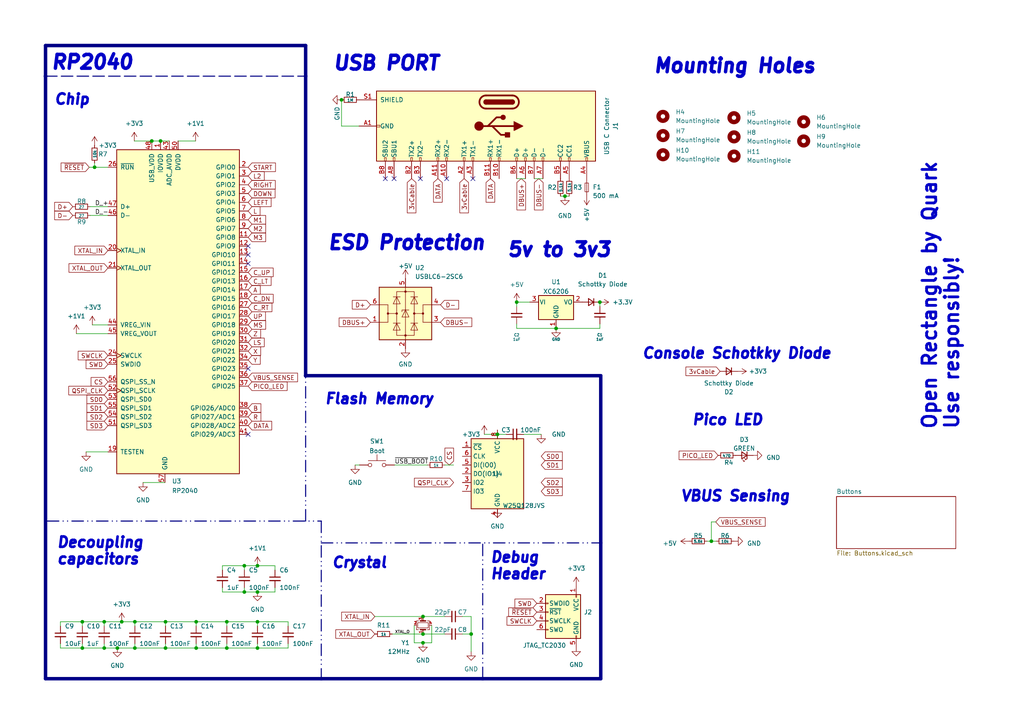
<source format=kicad_sch>
(kicad_sch (version 20230121) (generator eeschema)
  (paper "A4")
  (lib_symbols
    (symbol "Connector:USB_C_Receptacle" (pin_names (offset 1.016))
      (property "Reference" "J" (at -10.16 29.21 0))
      (property "Value" "USB_C_Receptacle" (at 10.16 29.21 0))
      (symbol "USB_C_Receptacle_1_1"
        (pin passive line (at 0 -40.64 90) (length 5.08) (name "GND") (number "A1"))
        (pin bidirectional line (at 15.24 -15.24 180) (length 5.08) (name "RX2-") (number "A10"))
        (pin bidirectional line (at 15.24 -17.78 180) (length 5.08) (name "RX2+") (number "A11"))
        (pin passive line (at 0 -40.64 90) (length 5.08) hide (name "GND") (number "A12"))
        (pin bidirectional line (at 15.24 -10.16 180) (length 5.08) (name "TX1+") (number "A2"))
        (pin bidirectional line (at 15.24 -7.62 180) (length 5.08) (name "TX1-") (number "A3"))
        (pin passive line (at 15.24 25.4 180) (length 5.08) (name "VBUS") (number "A4"))
        (pin bidirectional line (at 15.24 20.32 180) (length 5.08) (name "CC1") (number "A5"))
        (pin bidirectional line (at 15.24 7.62 180) (length 5.08) (name "D+") (number "A6"))
        (pin bidirectional line (at 15.24 12.7 180) (length 5.08) (name "D-") (number "A7"))
        (pin bidirectional line (at 15.24 -30.48 180) (length 5.08) (name "SBU1") (number "A8"))
        (pin passive line (at 15.24 25.4 180) (length 5.08) hide (name "VBUS") (number "A9"))
        (pin passive line (at 0 -40.64 90) (length 5.08) hide (name "GND") (number "B1"))
        (pin bidirectional line (at 15.24 0 180) (length 5.08) (name "RX1-") (number "B10"))
        (pin bidirectional line (at 15.24 -2.54 180) (length 5.08) (name "RX1+") (number "B11"))
        (pin passive line (at 0 -40.64 90) (length 5.08) hide (name "GND") (number "B12"))
        (pin bidirectional line (at 15.24 -25.4 180) (length 5.08) (name "TX2+") (number "B2"))
        (pin bidirectional line (at 15.24 -22.86 180) (length 5.08) (name "TX2-") (number "B3"))
        (pin passive line (at 15.24 25.4 180) (length 5.08) hide (name "VBUS") (number "B4"))
        (pin bidirectional line (at 15.24 17.78 180) (length 5.08) (name "CC2") (number "B5"))
        (pin bidirectional line (at 15.24 5.08 180) (length 5.08) (name "D+") (number "B6"))
        (pin bidirectional line (at 15.24 10.16 180) (length 5.08) (name "D-") (number "B7"))
        (pin bidirectional line (at 15.24 -33.02 180) (length 5.08) (name "SBU2") (number "B8"))
        (pin passive line (at 15.24 25.4 180) (length 5.08) hide (name "VBUS") (number "B9"))
        (pin passive line (at -7.62 -40.64 90) (length 5.08) (name "SHIELD") (number "S1"))
      )
    )
    (symbol "Device:C_Small" (pin_numbers hide) (pin_names (offset 0.254) hide)
      (property "Reference" "C" (at 0.254 1.778 0))
      (property "Value" "C_Small" (at 0.254 -2.032 0))
      (symbol "C_Small_1_1"
        (pin passive line (at 0 2.54 270) (length 2.032) (name "~") (number "1"))
        (pin passive line (at 0 -2.54 90) (length 2.032) (name "~") (number "2"))
      )
    )
    (symbol "Device:Crystal_GND24_Small" (pin_names (offset 1.016) hide)
      (property "Reference" "Y" (at 1.27 4.445 0))
      (property "Value" "Crystal_GND24_Small" (at 1.27 2.54 0))
      (symbol "Crystal_GND24_Small_1_1"
        (pin passive line (at -2.54 0 0) (length 1.27) (name "1") (number "1"))
        (pin passive line (at 0 -2.54 90) (length 0.635) (name "2") (number "2"))
        (pin passive line (at 2.54 0 180) (length 1.27) (name "3") (number "3"))
        (pin passive line (at 0 2.54 270) (length 0.635) (name "4") (number "4"))
      )
    )
    (symbol "Device:D_Small" (pin_numbers hide) (pin_names (offset 0.254) hide)
      (property "Reference" "D" (at -1.27 2.032 0))
      (property "Value" "D_Small" (at -3.81 -2.032 0))
      (symbol "D_Small_1_1"
        (pin passive line (at -2.54 0 0) (length 1.778) (name "K") (number "1"))
        (pin passive line (at 2.54 0 180) (length 1.778) (name "A") (number "2"))
      )
    )
    (symbol "Device:Fuse_Small" (pin_numbers hide) (pin_names (offset 0.254) hide)
      (property "Reference" "F" (at 0 -1.524 0))
      (property "Value" "Fuse_Small" (at 0 1.524 0))
      (symbol "Fuse_Small_1_1"
        (pin passive line (at -2.54 0 0) (length 1.27) (name "~") (number "1"))
        (pin passive line (at 2.54 0 180) (length 1.27) (name "~") (number "2"))
      )
    )
    (symbol "Device:LED_Small" (pin_numbers hide) (pin_names (offset 0.254) hide)
      (property "Reference" "D" (at -1.27 3.175 0))
      (property "Value" "LED_Small" (at -4.445 -2.54 0))
      (symbol "LED_Small_1_1"
        (pin passive line (at -2.54 0 0) (length 1.778) (name "K") (number "1"))
        (pin passive line (at 2.54 0 180) (length 1.778) (name "A") (number "2"))
      )
    )
    (symbol "Device:R_Small" (pin_numbers hide) (pin_names (offset 0.254) hide)
      (property "Reference" "R" (at 0.762 0.508 0))
      (property "Value" "R_Small" (at 0.762 -1.016 0))
      (symbol "R_Small_1_1"
        (pin passive line (at 0 2.54 270) (length 0.762) (name "~") (number "1"))
        (pin passive line (at 0 -2.54 90) (length 0.762) (name "~") (number "2"))
      )
    )
    (symbol "Mechanical:MountingHole" (pin_names (offset 1.016))
      (property "Reference" "H" (at 0 5.08 0))
      (property "Value" "MountingHole" (at 0 3.175 0))
    )
    (symbol "Memory_Flash:W25Q128JVS"
      (property "Reference" "U" (at -8.89 8.89 0))
      (property "Value" "W25Q128JVS" (at 7.62 8.89 0))
      (symbol "W25Q128JVS_1_1"
        (pin input line (at -10.16 7.62 0) (length 2.54) (name "~{CS}") (number "1"))
        (pin bidirectional line (at -10.16 0 0) (length 2.54) (name "DO(IO1)") (number "2"))
        (pin bidirectional line (at -10.16 -2.54 0) (length 2.54) (name "IO2") (number "3"))
        (pin power_in line (at 0 -12.7 90) (length 2.54) (name "GND") (number "4"))
        (pin bidirectional line (at -10.16 2.54 0) (length 2.54) (name "DI(IO0)") (number "5"))
        (pin input line (at -10.16 5.08 0) (length 2.54) (name "CLK") (number "6"))
        (pin bidirectional line (at -10.16 -5.08 0) (length 2.54) (name "IO3") (number "7"))
        (pin power_in line (at 0 12.7 270) (length 2.54) (name "VCC") (number "8"))
      )
    )
    (symbol "Power_Protection:USBLC6-2SC6" (pin_names hide)
      (property "Reference" "U" (at 2.54 8.89 0))
      (property "Value" "USBLC6-2SC6" (at 2.54 -8.89 0))
      (symbol "USBLC6-2SC6_1_1"
        (pin passive line (at -10.16 -2.54 0) (length 2.54) (name "I/O1") (number "1"))
        (pin passive line (at 0 -10.16 90) (length 2.54) (name "GND") (number "2"))
        (pin passive line (at 10.16 -2.54 180) (length 2.54) (name "I/O2") (number "3"))
        (pin passive line (at 10.16 2.54 180) (length 2.54) (name "I/O2") (number "4"))
        (pin passive line (at 0 10.16 270) (length 2.54) (name "VBUS") (number "5"))
        (pin passive line (at -10.16 2.54 0) (length 2.54) (name "I/O1") (number "6"))
      )
    )
    (symbol "Regulator_Linear:XC6206PxxxMR" (pin_names (offset 0.254))
      (property "Reference" "U" (at -3.81 3.175 0))
      (property "Value" "XC6206PxxxMR" (at 0 3.175 0))
      (symbol "XC6206PxxxMR_1_1"
        (pin power_in line (at 0 -7.62 90) (length 2.54) (name "GND") (number "1"))
        (pin power_out line (at 7.62 0 180) (length 2.54) (name "VO") (number "2"))
        (pin power_in line (at -7.62 0 0) (length 2.54) (name "VI") (number "3"))
      )
    )
    (symbol "Sleep-lib:RP2040" (pin_names (offset 1.016))
      (property "Reference" "U" (at 8.89 51.435 0))
      (property "Value" "RP2040" (at 8.89 48.895 0))
      (symbol "RP2040_1_1"
        (pin power_in line (at -5.08 50.8 270) (length 2.54) (name "IOVDD") (number "1"))
        (pin power_in line (at -5.08 50.8 270) (length 2.54) hide (name "IOVDD") (number "10"))
        (pin input line (at 20.32 22.86 180) (length 2.54) (name "GPIO8") (number "11"))
        (pin input line (at 20.32 20.32 180) (length 2.54) (name "GPIO9") (number "12"))
        (pin input line (at 20.32 17.78 180) (length 2.54) (name "GPIO10") (number "13"))
        (pin input line (at 20.32 15.24 180) (length 2.54) (name "GPIO11") (number "14"))
        (pin input line (at 20.32 12.7 180) (length 2.54) (name "GPIO12") (number "15"))
        (pin input line (at 20.32 10.16 180) (length 2.54) (name "GPIO13") (number "16"))
        (pin input line (at 20.32 7.62 180) (length 2.54) (name "GPIO14") (number "17"))
        (pin input line (at 20.32 5.08 180) (length 2.54) (name "GPIO15") (number "18"))
        (pin input line (at -20.32 -39.37 0) (length 2.54) (name "TESTEN") (number "19"))
        (pin input line (at 20.32 43.18 180) (length 2.54) (name "GPIO0") (number "2"))
        (pin input clock (at -20.32 19.05 0) (length 2.54) (name "XTAL_IN") (number "20"))
        (pin input clock (at -20.32 13.97 0) (length 2.54) (name "XTAL_OUT") (number "21"))
        (pin power_in line (at -5.08 50.8 270) (length 2.54) hide (name "IOVDD") (number "22"))
        (pin power_in line (at 0 50.8 270) (length 2.54) hide (name "DVDD") (number "23"))
        (pin input clock (at -20.32 -11.43 0) (length 2.54) (name "SWCLK") (number "24"))
        (pin bidirectional line (at -20.32 -13.97 0) (length 2.54) (name "SWDIO") (number "25"))
        (pin input line (at -20.32 43.18 0) (length 2.54) (name "~{RUN}") (number "26"))
        (pin input line (at 20.32 2.54 180) (length 2.54) (name "GPIO16") (number "27"))
        (pin input line (at 20.32 0 180) (length 2.54) (name "GPIO17") (number "28"))
        (pin input line (at 20.32 -2.54 180) (length 2.54) (name "GPIO18") (number "29"))
        (pin input line (at 20.32 40.64 180) (length 2.54) (name "GPIO1") (number "3"))
        (pin input line (at 20.32 -5.08 180) (length 2.54) (name "GPIO19") (number "30"))
        (pin input line (at 20.32 -7.62 180) (length 2.54) (name "GPIO20") (number "31"))
        (pin input line (at 20.32 -10.16 180) (length 2.54) (name "GPIO21") (number "32"))
        (pin power_in line (at -5.08 50.8 270) (length 2.54) hide (name "IOVDD") (number "33"))
        (pin input line (at 20.32 -12.7 180) (length 2.54) (name "GPIO22") (number "34"))
        (pin input line (at 20.32 -15.24 180) (length 2.54) (name "GPIO23") (number "35"))
        (pin input line (at 20.32 -17.78 180) (length 2.54) (name "GPIO24") (number "36"))
        (pin input line (at 20.32 -20.32 180) (length 2.54) (name "GPIO25") (number "37"))
        (pin input line (at 20.32 -26.67 180) (length 2.54) (name "GPIO26/ADC0") (number "38"))
        (pin input line (at 20.32 -29.21 180) (length 2.54) (name "GPIO27/ADC1") (number "39"))
        (pin input line (at 20.32 38.1 180) (length 2.54) (name "GPIO2") (number "4"))
        (pin input line (at 20.32 -31.75 180) (length 2.54) (name "GPIO28/ADC2") (number "40"))
        (pin input line (at 20.32 -34.29 180) (length 2.54) (name "GPIO29/ADC3") (number "41"))
        (pin power_in line (at -5.08 50.8 270) (length 2.54) hide (name "IOVDD") (number "42"))
        (pin power_in line (at -2.54 50.8 270) (length 2.54) (name "ADC_AVDD") (number "43"))
        (pin power_in line (at -20.32 -2.54 0) (length 2.54) (name "VREG_VIN") (number "44"))
        (pin power_out line (at -20.32 -5.08 0) (length 2.54) (name "VREG_VOUT") (number "45"))
        (pin bidirectional line (at -20.32 29.21 0) (length 2.54) (name "D-") (number "46"))
        (pin bidirectional line (at -20.32 31.75 0) (length 2.54) (name "D+") (number "47"))
        (pin power_in line (at -7.62 50.8 270) (length 2.54) (name "USB_VDD") (number "48"))
        (pin power_in line (at -5.08 50.8 270) (length 2.54) hide (name "IOVDD") (number "49"))
        (pin input line (at 20.32 35.56 180) (length 2.54) (name "GPIO3") (number "5"))
        (pin power_in line (at 0 50.8 270) (length 2.54) (name "DVDD") (number "50"))
        (pin bidirectional line (at -20.32 -31.75 0) (length 2.54) (name "QSPI_SD3") (number "51"))
        (pin input clock (at -20.32 -21.59 0) (length 2.54) (name "QSPI_SCLK") (number "52"))
        (pin bidirectional line (at -20.32 -24.13 0) (length 2.54) (name "QSPI_SD0") (number "53"))
        (pin bidirectional line (at -20.32 -29.21 0) (length 2.54) (name "QSPI_SD2") (number "54"))
        (pin bidirectional line (at -20.32 -26.67 0) (length 2.54) (name "QSPI_SD1") (number "55"))
        (pin bidirectional line (at -20.32 -19.05 0) (length 2.54) (name "QSPI_SS_N") (number "56"))
        (pin power_in line (at -3.81 -48.26 90) (length 2.54) (name "GND") (number "57"))
        (pin input line (at 20.32 33.02 180) (length 2.54) (name "GPIO4") (number "6"))
        (pin input line (at 20.32 30.48 180) (length 2.54) (name "GPIO5") (number "7"))
        (pin input line (at 20.32 27.94 180) (length 2.54) (name "GPIO6") (number "8"))
        (pin input line (at 20.32 25.4 180) (length 2.54) (name "GPIO7") (number "9"))
      )
    )
    (symbol "Switch:SW_Push" (pin_numbers hide) (pin_names (offset 1.016) hide)
      (property "Reference" "SW" (at 1.27 2.54 0))
      (property "Value" "SW_Push" (at 0 -1.524 0))
      (symbol "SW_Push_0_1"
        (pin passive line (at -5.08 0 0) (length 2.54) (name "1") (number "1"))
        (pin passive line (at 5.08 0 180) (length 2.54) (name "2") (number "2"))
      )
    )
    (symbol "marbastlib-various:JTAG_TC2030" (pin_names (offset 1.016))
      (property "Reference" "J" (at -3.81 -6.35 0))
      (property "Value" "JTAG_TC2030" (at -10.16 8.89 0))
      (symbol "JTAG_TC2030_1_1"
        (pin passive line (at 5.08 10.16 270) (length 2.54) (name "VCC") (number "1"))
        (pin passive line (at -6.35 5.08 0) (length 2.54) (name "SWDIO") (number "2"))
        (pin passive line (at -6.35 2.54 0) (length 2.54) (name "~{RST}") (number "3"))
        (pin passive line (at -6.35 0 0) (length 2.54) (name "SWCLK") (number "4"))
        (pin passive line (at 5.08 -7.62 90) (length 2.54) (name "GND") (number "5"))
        (pin passive line (at -6.35 -2.54 0) (length 2.54) (name "SWO") (number "6"))
      )
    )
    (symbol "power:+1V1" (power) (pin_names (offset 0))
      (property "Value" "+1V1" (at 0 3.556 0))
      (symbol "+1V1_1_1"
        (pin power_in line (at 0 0 90) (length 0) hide (name "+1V1") (number "1"))
      )
    )
    (symbol "power:+3.3V" (power) (pin_names (offset 0))
      (property "Value" "+3.3V" (at 0 3.556 0))
      (symbol "+3.3V_1_1"
        (pin power_in line (at 0 0 90) (length 0) hide (name "+3.3V") (number "1"))
      )
    )
    (symbol "power:+3V3" (power) (pin_names (offset 0))
      (property "Value" "+3V3" (at 0 3.556 0))
      (symbol "+3V3_1_1"
        (pin power_in line (at 0 0 90) (length 0) hide (name "+3V3") (number "1"))
      )
    )
    (symbol "power:+5V" (power) (pin_names (offset 0))
      (property "Value" "+5V" (at 0 3.556 0))
      (symbol "+5V_1_1"
        (pin power_in line (at 0 0 90) (length 0) hide (name "+5V") (number "1"))
      )
    )
    (symbol "power:GND" (power) (pin_names (offset 0))
      (property "Value" "GND" (at 0 -3.81 0))
      (symbol "GND_1_1"
        (pin power_in line (at 0 0 270) (length 0) hide (name "GND") (number "1"))
      )
    )
  )
  (junction (at 23.876 187.96))
  (junction (at 56.896 180.34))
  (junction (at 56.896 187.96))
  (junction (at 88.646 22.098))
  (junction (at 23.876 180.34))
  (junction (at 74.676 180.34))
  (junction (at 161.29 95.25) (diameter 0.9144))
  (junction (at 74.676 164.084))
  (junction (at 93.1852 196.85))
  (junction (at 74.676 187.96))
  (junction (at 39.116 180.34))
  (junction (at 70.866 171.704))
  (junction (at 34.036 187.96))
  (junction (at 48.006 187.96))
  (junction (at 149.86 87.63) (diameter 0.9144))
  (junction (at 35.306 180.34))
  (junction (at 174.244 157.4631))
  (junction (at 44.0248 40.894))
  (junction (at 140.001 196.85))
  (junction (at 173.99 87.63))
  (junction (at 30.226 180.34))
  (junction (at 74.676 171.704))
  (junction (at 136.652 183.896))
  (junction (at 65.786 187.96))
  (junction (at 46.5648 40.894))
  (junction (at 122.682 186.436))
  (junction (at 13.208 22.098))
  (junction (at 70.866 164.084))
  (junction (at 122.682 183.896))
  (junction (at 88.646 108.966))
  (junction (at 206.3242 156.972))
  (junction (at 163.8554 56.896))
  (junction (at 39.116 187.96))
  (junction (at 144.272 125.984))
  (junction (at 48.006 180.34))
  (junction (at 122.682 178.816))
  (junction (at 27.432 48.514))
  (junction (at 99.06 28.956))
  (junction (at 30.226 187.96))
  (junction (at 65.786 180.34))
  (no_connect (at 71.9648 71.374))
  (no_connect (at 71.9648 73.914))
  (no_connect (at 71.9648 76.454))
  (no_connect (at 71.9648 106.934))
  (no_connect (at 137.16 51.816))
  (no_connect (at 129.54 51.816))
  (no_connect (at 121.92 51.816))
  (no_connect (at 114.3 51.816))
  (no_connect (at 111.76 51.816))
  (no_connect (at 71.9648 125.984))
  (wire (pts (xy 65.786 186.69) (xy 65.786 187.96)))
  (bus (pts (xy 174.244 196.85) (xy 174.244 157.4631)) (stroke (width 1)))
  (wire (pts (xy 70.866 164.084) (xy 64.516 164.084)))
  (wire (pts (xy 83.566 180.34) (xy 83.566 181.61)))
  (wire (pts (xy 205.0542 156.972) (xy 206.3242 156.972)))
  (bus (pts (xy 140.001 196.85) (xy 140.001 157.48)) (stroke (width 0) (type dash_dot_dot)))
  (wire (pts (xy 24.9748 131.064) (xy 31.3248 131.064)))
  (wire (pts (xy 39.116 180.34) (xy 39.116 181.61)))
  (wire (pts (xy 31.3248 96.774) (xy 22.1554 96.774)))
  (wire (pts (xy 207.5942 151.384) (xy 206.3242 151.384)))
  (bus (pts (xy 13.208 22.098) (xy 13.208 196.85)) (stroke (width 1)))
  (wire (pts (xy 30.226 180.34) (xy 30.226 181.61)))
  (wire (pts (xy 23.876 186.69) (xy 23.876 187.96)))
  (bus (pts (xy 93.1852 151.13) (xy 93.1852 196.85)) (stroke (width 0) (type dash_dot_dot)))
  (wire (pts (xy 51.6448 40.894) (xy 56.7248 40.894)))
  (wire (pts (xy 74.676 180.34) (xy 83.566 180.34)))
  (bus (pts (xy 93.1852 196.85) (xy 140.001 196.85)) (stroke (width 1)))
  (wire (pts (xy 65.786 187.96) (xy 74.676 187.96)))
  (wire (pts (xy 120.142 181.356) (xy 120.142 186.436)))
  (wire (pts (xy 23.876 187.96) (xy 30.226 187.96)))
  (wire (pts (xy 161.29 95.25) (xy 173.99 95.25)))
  (wire (pts (xy 136.652 178.816) (xy 136.652 183.896)))
  (wire (pts (xy 25.8891 48.514) (xy 27.432 48.514)))
  (wire (pts (xy 173.99 88.8746) (xy 173.99 87.63)))
  (wire (pts (xy 26.194 59.944) (xy 31.3248 59.944)))
  (wire (pts (xy 151.892 125.984) (xy 156.972 125.984)))
  (wire (pts (xy 83.566 187.96) (xy 83.566 186.69)))
  (bus (pts (xy 88.646 22.098) (xy 88.646 108.966)) (stroke (width 1)))
  (wire (pts (xy 17.526 186.69) (xy 17.526 187.96)))
  (bus (pts (xy 88.646 151.13) (xy 88.646 108.966)) (stroke (width 0) (type dash_dot_dot)))
  (wire (pts (xy 17.526 181.61) (xy 17.526 180.34)))
  (wire (pts (xy 46.5648 40.894) (xy 49.1048 40.894)))
  (wire (pts (xy 74.676 164.084) (xy 79.756 164.084)))
  (wire (pts (xy 120.142 186.436) (xy 122.682 186.436)))
  (wire (pts (xy 125.222 186.436) (xy 122.682 186.436)))
  (bus (pts (xy 13.208 22.098) (xy 88.646 22.098)) (stroke (width 0) (type dash)))
  (wire (pts (xy 48.006 180.34) (xy 56.896 180.34)))
  (wire (pts (xy 70.866 170.434) (xy 70.866 171.704)))
  (wire (pts (xy 39.116 187.96) (xy 39.116 186.69)))
  (wire (pts (xy 64.516 171.704) (xy 70.866 171.704)))
  (wire (pts (xy 74.676 164.084) (xy 70.866 164.084)))
  (wire (pts (xy 64.516 170.434) (xy 64.516 171.704)))
  (wire (pts (xy 56.896 180.34) (xy 65.786 180.34)))
  (wire (pts (xy 30.226 186.69) (xy 30.226 187.96)))
  (wire (pts (xy 206.3242 156.972) (xy 207.772 156.972)))
  (wire (pts (xy 65.786 180.34) (xy 74.676 180.34)))
  (wire (pts (xy 206.3242 151.384) (xy 206.3242 156.972)))
  (wire (pts (xy 41.4848 139.954) (xy 47.8348 139.954)))
  (wire (pts (xy 99.06 36.576) (xy 99.06 28.956)))
  (wire (pts (xy 129.032 183.896) (xy 122.682 183.896)))
  (wire (pts (xy 102.997 134.874) (xy 104.267 134.874)))
  (wire (pts (xy 17.526 180.34) (xy 23.876 180.34)))
  (wire (pts (xy 70.866 164.084) (xy 70.866 165.354)))
  (wire (pts (xy 149.86 93.98) (xy 149.86 95.25)))
  (wire (pts (xy 30.226 180.34) (xy 35.306 180.34)))
  (wire (pts (xy 39.116 180.34) (xy 48.006 180.34)))
  (bus (pts (xy 13.208 196.85) (xy 93.1852 196.85)) (stroke (width 1)))
  (bus (pts (xy 13.716 151.13) (xy 93.1852 151.13)) (stroke (width 0) (type dash_dot_dot)))
  (bus (pts (xy 88.646 13.208) (xy 88.646 22.098)) (stroke (width 1)))
  (wire (pts (xy 144.272 125.984) (xy 144.272 127.254)))
  (wire (pts (xy 104.14 36.576) (xy 99.06 36.576)))
  (wire (pts (xy 17.526 187.96) (xy 23.876 187.96)))
  (wire (pts (xy 26.7782 94.234) (xy 31.3248 94.234)))
  (wire (pts (xy 30.226 187.96) (xy 34.036 187.96)))
  (wire (pts (xy 149.86 87.63) (xy 149.86 88.9)))
  (wire (pts (xy 152.4 51.816) (xy 149.86 51.816)))
  (bus (pts (xy 13.208 13.208) (xy 13.208 22.098)) (stroke (width 1)))
  (wire (pts (xy 74.676 187.96) (xy 83.566 187.96)))
  (wire (pts (xy 39.116 187.96) (xy 48.006 187.96)))
  (wire (pts (xy 70.866 171.704) (xy 74.676 171.704)))
  (wire (pts (xy 173.99 93.9546) (xy 173.99 95.25)))
  (wire (pts (xy 56.896 187.96) (xy 65.786 187.96)))
  (wire (pts (xy 136.652 183.896) (xy 136.652 188.976)))
  (wire (pts (xy 161.29 95.25) (xy 149.86 95.25)))
  (bus (pts (xy 174.244 157.4631) (xy 174.244 157.48)))
  (wire (pts (xy 108.712 178.816) (xy 122.682 178.816)))
  (wire (pts (xy 35.306 180.34) (xy 39.116 180.34)))
  (wire (pts (xy 27.432 47.244) (xy 27.432 48.514)))
  (wire (pts (xy 64.516 164.084) (xy 64.516 165.354)))
  (wire (pts (xy 163.8554 56.896) (xy 165.1 56.896)))
  (wire (pts (xy 56.896 186.69) (xy 56.896 187.96)))
  (wire (pts (xy 129.032 134.874) (xy 131.572 134.874)))
  (wire (pts (xy 157.48 51.816) (xy 154.94 51.816)))
  (wire (pts (xy 56.896 180.34) (xy 56.896 181.61)))
  (wire (pts (xy 125.222 181.356) (xy 125.222 186.436)))
  (wire (pts (xy 74.676 180.34) (xy 74.676 181.61)))
  (wire (pts (xy 129.032 178.816) (xy 122.682 178.816)))
  (wire (pts (xy 79.756 171.704) (xy 79.756 170.434)))
  (wire (pts (xy 48.006 187.96) (xy 56.896 187.96)))
  (bus (pts (xy 174.244 157.4631) (xy 174.244 108.966)) (stroke (width 1)))
  (bus (pts (xy 93.1852 157.4631) (xy 174.244 157.4631)) (stroke (width 0) (type dash_dot_dot)))
  (wire (pts (xy 144.272 125.984) (xy 146.812 125.984)))
  (wire (pts (xy 23.876 180.34) (xy 23.876 181.61)))
  (wire (pts (xy 48.006 180.34) (xy 48.006 181.61)))
  (wire (pts (xy 27.432 48.514) (xy 31.3248 48.514)))
  (wire (pts (xy 149.86 87.63) (xy 153.67 87.63)))
  (bus (pts (xy 13.208 13.208) (xy 88.646 13.208)) (stroke (width 1)))
  (wire (pts (xy 38.9448 40.894) (xy 44.0248 40.894)))
  (wire (pts (xy 65.786 180.34) (xy 65.786 181.61)))
  (wire (pts (xy 30.226 180.34) (xy 23.876 180.34)))
  (wire (pts (xy 44.0248 40.894) (xy 46.5648 40.894)))
  (wire (pts (xy 134.112 178.816) (xy 136.652 178.816)))
  (wire (pts (xy 140.462 125.984) (xy 144.272 125.984)))
  (wire (pts (xy 79.756 164.084) (xy 79.756 165.354)))
  (wire (pts (xy 136.652 183.896) (xy 134.112 183.896)))
  (bus (pts (xy 140.001 196.85) (xy 174.244 196.85)) (stroke (width 1)))
  (wire (pts (xy 34.036 187.96) (xy 39.116 187.96)))
  (wire (pts (xy 74.676 187.96) (xy 74.676 186.69)))
  (wire (pts (xy 162.56 56.896) (xy 163.8554 56.896)))
  (bus (pts (xy 88.646 108.966) (xy 174.244 108.966)) (stroke (width 1)))
  (wire (pts (xy 74.676 171.704) (xy 79.756 171.704)))
  (wire (pts (xy 122.682 183.896) (xy 113.792 183.896)))
  (wire (pts (xy 26.194 62.484) (xy 31.3248 62.484)))
  (wire (pts (xy 114.427 134.874) (xy 123.952 134.874)))
  (wire (pts (xy 48.006 187.96) (xy 48.006 186.69)))
  (text "Decoupling\ncapacitors" (at 16.256 164.084 0) (effects (font (size 3 3) (thickness 2) bold italic) (justify left bottom)))
  (text "Console Schotkky Diode" (at 186.0042 104.394 0) (effects (font (size 3 3) (thickness 2) bold italic) (justify left bottom)))
  (text "Flash Memory" (at 93.98 117.602 0) (effects (font (size 3 3) (thickness 2) bold italic) (justify left bottom)))
  (text "Open Rectangle by Quark\nUse responsibly!" (at 278.384 124.968 90) (effects (font (size 4 4) (thickness 0.8) bold) (justify left bottom)))
  (text "Chip" (at 15.494 30.734 0) (effects (font (size 3 3) (thickness 2) bold italic) (justify left bottom)))
  (text "5v to 3v3" (at 146.812 74.93 0) (effects (font (size 4 4) (thickness 2) bold italic) (justify left bottom)))
  (text "VBUS Sensing" (at 197.1802 145.796 0) (effects (font (size 3 3) (thickness 2) bold italic) (justify left bottom)))
  (text "RP2040" (at 14.478 20.574 0) (effects (font (size 4 4) (thickness 2) bold italic) (justify left bottom)))
  (text "USB PORT" (at 96.266 20.828 0) (effects (font (size 4 4) (thickness 2) bold italic) (justify left bottom)))
  (text "Pico LED" (at 200.4822 123.698 0) (effects (font (size 3 3) (thickness 2) bold italic) (justify left bottom)))
  (text "Mounting Holes" (at 189.23 21.59 0) (effects (font (size 4 4) (thickness 2) bold italic) (justify left bottom)))
  (text "Debug\nHeader" (at 141.986 168.402 0) (effects (font (size 3 3) (thickness 2) bold italic) (justify left bottom)))
  (text "Crystal" (at 96.012 165.1 0) (effects (font (size 3 3) (thickness 2) bold italic) (justify left bottom)))
  (text "ESD Protection" (at 94.742 72.898 0) (effects (font (size 4 4) (thickness 2) bold italic) (justify left bottom)))
  (label "D_-" (at 27.5148 62.484 0))
  (label "~{USB_BOOT}" (at 114.427 134.874 0))
  (label "D_+" (at 27.5148 59.944 0))
  (label "XTAL_O" (at 118.872 183.896 180) (effects (font (size 0.8 0.8))))
  (global_label "START" (shape input) (at 71.9648 48.514 0) (property "Intersheetrefs" "${INTERSHEET_REFS}" (effects hide)))
  (global_label "SD0" (shape input) (at 156.972 132.334 0) (property "Intersheetrefs" "${INTERSHEET_REFS}" (effects hide)))
  (global_label "SD2" (shape input) (at 156.972 139.954 0) (property "Intersheetrefs" "${INTERSHEET_REFS}" (effects hide)))
  (global_label "SD2" (shape input) (at 31.3248 120.904 180) (property "Intersheetrefs" "${INTERSHEET_REFS}" (effects hide)))
  (global_label "DBUS+" (shape input) (at 107.442 93.472 180) (property "Intersheetrefs" "${INTERSHEET_REFS}" (effects hide)))
  (global_label "SWD" (shape input) (at 31.3248 105.664 180) (property "Intersheetrefs" "${INTERSHEET_REFS}" (effects hide)))
  (global_label "3vCable" (shape input) (at 134.62 51.816 270) (property "Intersheetrefs" "${INTERSHEET_REFS}" (effects hide)))
  (global_label "SWCLK" (shape input) (at 31.3248 103.124 180) (property "Intersheetrefs" "${INTERSHEET_REFS}" (effects hide)))
  (global_label "RIGHT" (shape input) (at 71.9648 53.594 0) (property "Intersheetrefs" "${INTERSHEET_REFS}" (effects hide)))
  (global_label "D+" (shape input) (at 21.114 59.944 180) (property "Intersheetrefs" "${INTERSHEET_REFS}" (effects hide)))
  (global_label "3vCable" (shape input) (at 119.38 51.816 270) (property "Intersheetrefs" "${INTERSHEET_REFS}" (effects hide)))
  (global_label "DATA" (shape input) (at 142.24 51.816 270) (property "Intersheetrefs" "${INTERSHEET_REFS}" (effects hide)))
  (global_label "M2" (shape input) (at 71.9648 66.294 0) (property "Intersheetrefs" "${INTERSHEET_REFS}" (effects hide)))
  (global_label "DBUS-" (shape input) (at 127.762 93.472 0) (property "Intersheetrefs" "${INTERSHEET_REFS}" (effects hide)))
  (global_label "D-" (shape input) (at 127.762 88.392 0) (property "Intersheetrefs" "${INTERSHEET_REFS}" (effects hide)))
  (global_label "L" (shape input) (at 71.9648 61.214 0) (property "Intersheetrefs" "${INTERSHEET_REFS}" (effects hide)))
  (global_label "SD3" (shape input) (at 156.972 142.494 0) (property "Intersheetrefs" "${INTERSHEET_REFS}" (effects hide)))
  (global_label "QSPI_CLK" (shape input) (at 131.572 139.954 180) (property "Intersheetrefs" "${INTERSHEET_REFS}" (effects hide)))
  (global_label "Y" (shape input) (at 71.9648 104.394 0) (property "Intersheetrefs" "${INTERSHEET_REFS}" (effects hide)))
  (global_label "CS" (shape input) (at 130.302 134.874 90) (property "Intersheetrefs" "${INTERSHEET_REFS}" (effects hide)))
  (global_label "DATA" (shape input) (at 127 51.816 270) (property "Intersheetrefs" "${INTERSHEET_REFS}" (effects hide)))
  (global_label "SD3" (shape input) (at 31.3248 123.444 180) (property "Intersheetrefs" "${INTERSHEET_REFS}" (effects hide)))
  (global_label "QSPI_CLK" (shape input) (at 31.3248 113.284 180) (property "Intersheetrefs" "${INTERSHEET_REFS}" (effects hide)))
  (global_label "DBUS+" (shape input) (at 151.1808 51.816 270) (property "Intersheetrefs" "${INTERSHEET_REFS}" (effects hide)))
  (global_label "PICO_LED" (shape input) (at 71.9648 112.014 0) (property "Intersheetrefs" "${INTERSHEET_REFS}" (effects hide)))
  (global_label "L2" (shape input) (at 71.9648 51.054 0) (property "Intersheetrefs" "${INTERSHEET_REFS}" (effects hide)))
  (global_label "C_DN" (shape input) (at 71.9648 86.614 0) (property "Intersheetrefs" "${INTERSHEET_REFS}" (effects hide)))
  (global_label "R" (shape input) (at 71.9648 120.904 0) (property "Intersheetrefs" "${INTERSHEET_REFS}" (effects hide)))
  (global_label "Z" (shape input) (at 71.9648 96.774 0) (property "Intersheetrefs" "${INTERSHEET_REFS}" (effects hide)))
  (global_label "~{RESET}" (shape input) (at 25.8891 48.514 180) (property "Intersheetrefs" "${INTERSHEET_REFS}" (effects hide)))
  (global_label "~{RESET}" (shape input) (at 155.702 177.546 180) (property "Intersheetrefs" "${INTERSHEET_REFS}" (effects hide)))
  (global_label "XTAL_OUT" (shape input) (at 31.3248 77.724 180) (property "Intersheetrefs" "${INTERSHEET_REFS}" (effects hide)))
  (global_label "SD1" (shape input) (at 31.3248 118.364 180) (property "Intersheetrefs" "${INTERSHEET_REFS}" (effects hide)))
  (global_label "VBUS_SENSE" (shape input) (at 207.5942 151.384 0) (property "Intersheetrefs" "${INTERSHEET_REFS}" (effects hide)))
  (global_label "SWCLK" (shape input) (at 155.702 180.086 180) (property "Intersheetrefs" "${INTERSHEET_REFS}" (effects hide)))
  (global_label "X" (shape input) (at 71.9648 101.854 0) (property "Intersheetrefs" "${INTERSHEET_REFS}" (effects hide)))
  (global_label "A" (shape input) (at 71.9648 84.074 0) (property "Intersheetrefs" "${INTERSHEET_REFS}" (effects hide)))
  (global_label "XTAL_OUT" (shape input) (at 108.712 183.896 180) (property "Intersheetrefs" "${INTERSHEET_REFS}" (effects hide)))
  (global_label "CS" (shape input) (at 31.3248 110.744 180) (property "Intersheetrefs" "${INTERSHEET_REFS}" (effects hide)))
  (global_label "LS" (shape input) (at 71.9648 99.314 0) (property "Intersheetrefs" "${INTERSHEET_REFS}" (effects hide)))
  (global_label "SD0" (shape input) (at 31.3248 115.824 180) (property "Intersheetrefs" "${INTERSHEET_REFS}" (effects hide)))
  (global_label "M3" (shape input) (at 71.9648 68.834 0) (property "Intersheetrefs" "${INTERSHEET_REFS}" (effects hide)))
  (global_label "SD1" (shape input) (at 156.972 134.874 0) (property "Intersheetrefs" "${INTERSHEET_REFS}" (effects hide)))
  (global_label "DOWN" (shape input) (at 71.9648 56.134 0) (property "Intersheetrefs" "${INTERSHEET_REFS}" (effects hide)))
  (global_label "LEFT" (shape input) (at 71.9648 58.674 0) (property "Intersheetrefs" "${INTERSHEET_REFS}" (effects hide)))
  (global_label "DBUS-" (shape input) (at 156.2608 51.816 270) (property "Intersheetrefs" "${INTERSHEET_REFS}" (effects hide)))
  (global_label "UP" (shape input) (at 71.9648 91.694 0) (property "Intersheetrefs" "${INTERSHEET_REFS}" (effects hide)))
  (global_label "C_LT" (shape input) (at 71.9648 81.534 0) (property "Intersheetrefs" "${INTERSHEET_REFS}" (effects hide)))
  (global_label "XTAL_IN" (shape input) (at 108.712 178.816 180) (property "Intersheetrefs" "${INTERSHEET_REFS}" (effects hide)))
  (global_label "D+" (shape input) (at 107.442 88.392 180) (property "Intersheetrefs" "${INTERSHEET_REFS}" (effects hide)))
  (global_label "DATA" (shape input) (at 71.9648 123.444 0) (property "Intersheetrefs" "${INTERSHEET_REFS}" (effects hide)))
  (global_label "C_RT" (shape input) (at 71.9648 89.154 0) (property "Intersheetrefs" "${INTERSHEET_REFS}" (effects hide)))
  (global_label "MS" (shape input) (at 71.9648 94.234 0) (property "Intersheetrefs" "${INTERSHEET_REFS}" (effects hide)))
  (global_label "3vCable" (shape input) (at 208.8642 107.696 180) (property "Intersheetrefs" "${INTERSHEET_REFS}" (effects hide)))
  (global_label "M1" (shape input) (at 71.9648 63.754 0) (property "Intersheetrefs" "${INTERSHEET_REFS}" (effects hide)))
  (global_label "D-" (shape input) (at 21.114 62.484 180) (property "Intersheetrefs" "${INTERSHEET_REFS}" (effects hide)))
  (global_label "PICO_LED" (shape input) (at 208.28 132.08 180) (property "Intersheetrefs" "${INTERSHEET_REFS}" (effects hide)))
  (global_label "SWD" (shape input) (at 155.702 175.006 180) (property "Intersheetrefs" "${INTERSHEET_REFS}" (effects hide)))
  (global_label "C_UP" (shape input) (at 71.9648 78.994 0) (property "Intersheetrefs" "${INTERSHEET_REFS}" (effects hide)))
  (global_label "XTAL_IN" (shape input) (at 31.3248 72.644 180) (property "Intersheetrefs" "${INTERSHEET_REFS}" (effects hide)))
  (global_label "B" (shape input) (at 71.9648 118.364 0) (property "Intersheetrefs" "${INTERSHEET_REFS}" (effects hide)))
  (global_label "VBUS_SENSE" (shape input) (at 71.9648 109.474 0) (property "Intersheetrefs" "${INTERSHEET_REFS}" (effects hide)))
  (symbol (lib_id "power:+3V3") (at 26.7782 94.234 0) (unit 1)
    (property "Reference" "#PWR016" (effects hide))
    (property "Value" "+3V3" (at 26.7782 89.154 0))
  )
  (symbol (lib_id "Device:R_Small") (at 27.432 44.704 0) (unit 1)
    (property "Reference" "R7" (at 28.4989 44.704 0) (effects (justify left)))
    (property "Value" "10k" (at 27.5083 45.8216 90) (effects (font (size 0.8 0.8)) (justify left)))
    (property "Footprint" "Resistor_SMD:R_0402_1005Metric" (effects hide))
    (property "LCSC" "C25744" (effects hide))
  )
  (symbol (lib_id "Mechanical:MountingHole") (at 233.0958 40.894 0) (unit 1)
    (property "Reference" "H9" (at 236.7534 39.6239 0) (effects (justify left)))
    (property "Value" "MountingHole" (at 236.7534 42.1639 0) (effects (justify left)))
    (property "Footprint" "MountingHole:MountingHole_2.2mm_M2_ISO14580_Pad" (effects hide))
  )
  (symbol (lib_id "Device:C_Small") (at 131.572 183.896 270) (mirror x) (unit 1)
    (property "Reference" "C8" (at 134.112 182.626 90))
    (property "Value" "22pF" (at 128.397 182.626 90))
    (property "Footprint" "Capacitor_SMD:C_0402_1005Metric" (effects hide))
    (property "LCSC" "C1555" (effects hide))
  )
  (symbol (lib_id "Device:C_Small") (at 64.516 167.894 0) (unit 1)
    (property "Reference" "C4" (at 65.786 165.3539 0) (effects (justify left)))
    (property "Value" "1uF" (at 65.786 170.4339 0) (effects (justify left)))
    (property "Footprint" "Capacitor_SMD:C_0402_1005Metric" (effects hide))
    (property "LCSC" "C52923" (effects hide))
  )
  (symbol (lib_id "Mechanical:MountingHole") (at 192.278 33.7566 0) (unit 1)
    (property "Reference" "H4" (at 195.9356 32.4865 0) (effects (justify left)))
    (property "Value" "MountingHole" (at 195.9356 35.0265 0) (effects (justify left)))
    (property "Footprint" "MountingHole:MountingHole_2.2mm_M2_ISO14580_Pad" (effects hide))
  )
  (symbol (lib_id "Device:D_Small") (at 171.45 87.63 180) (unit 1)
    (property "Reference" "D1" (at 174.8028 79.883 0))
    (property "Value" "Schottky Diode" (at 174.8028 82.423 0))
    (property "Footprint" "qw-footprints:CUSTOM D_SOD-123" (effects hide))
    (property "LCSC" "C130880" (effects hide))
    (property "Sim.Device" "D" (effects hide))
    (property "Sim.Pins" "1=K 2=A" (effects hide))
  )
  (symbol (lib_id "Device:C_Small") (at 149.86 91.44 180) (unit 1)
    (property "Reference" "C2" (at 149.86 97.155 0) (effects (font (size 0.762 0.762))))
    (property "Value" "1uF" (at 149.86 98.425 0) (effects (font (size 0.762 0.762))))
    (property "Footprint" "Capacitor_SMD:C_0402_1005Metric" (effects hide))
    (property "LCSC" "C52923" (effects hide))
  )
  (symbol (lib_id "Device:R_Small") (at 162.56 54.356 180) (unit 1)
    (property "Reference" "R2" (at 161.4931 54.356 0) (effects (justify left)))
    (property "Value" "5.1k" (at 162.6616 53.0352 90) (effects (font (size 0.8 0.8)) (justify left)))
    (property "Footprint" "Resistor_SMD:R_0402_1005Metric" (effects hide))
    (property "LCSC" "C25744" (effects hide))
  )
  (symbol (lib_id "Device:R_Small") (at 210.82 132.08 90) (unit 1)
    (property "Reference" "R4" (at 212.7307 134.1571 90) (effects (justify left)))
    (property "Value" "470" (at 211.954 132.1916 90) (effects (font (size 0.8 0.8)) (justify left)))
    (property "Footprint" "Resistor_SMD:R_0402_1005Metric" (effects hide))
  )
  (symbol (lib_id "Mechanical:MountingHole") (at 212.9028 45.2628 0) (unit 1)
    (property "Reference" "H11" (at 216.5604 43.9927 0) (effects (justify left)))
    (property "Value" "MountingHole" (at 216.5604 46.5327 0) (effects (justify left)))
    (property "Footprint" "MountingHole:MountingHole_2.2mm_M2_ISO14580_Pad" (effects hide))
  )
  (symbol (lib_id "Device:C_Small") (at 149.352 125.984 90) (unit 1)
    (property "Reference" "C3" (at 148.0819 124.714 90) (effects (justify left)))
    (property "Value" "100nF" (at 156.9719 124.714 90) (effects (justify left)))
    (property "Footprint" "Capacitor_SMD:C_0402_1005Metric" (effects hide))
    (property "LCSC" "C1525" (effects hide))
  )
  (symbol (lib_id "Device:C_Small") (at 23.876 184.15 0) (unit 1)
    (property "Reference" "C10" (at 25.146 181.6099 0) (effects (justify left)))
    (property "Value" "1uF" (at 25.146 186.6899 0) (effects (justify left)))
    (property "Footprint" "Capacitor_SMD:C_0402_1005Metric" (effects hide))
    (property "LCSC" "C52923" (effects hide))
  )
  (symbol (lib_id "Device:R_Small") (at 101.6 28.956 90) (unit 1)
    (property "Reference" "R1" (at 101.6 27.4066 90))
    (property "Value" "1M" (at 101.6 29.0576 90) (effects (font (size 0.8 0.8))))
    (property "Footprint" "Resistor_SMD:R_0603_1608Metric" (effects hide))
    (property "LCSC" "C25190" (effects hide))
  )
  (symbol (lib_id "Device:R_Small") (at 23.654 62.484 90) (unit 1)
    (property "Reference" "R9" (at 23.654 64.3636 90))
    (property "Value" "27" (at 23.654 62.5856 90) (effects (font (size 0.8 0.8))))
    (property "Footprint" "Resistor_SMD:R_0603_1608Metric" (effects hide))
    (property "LCSC" "C25190" (effects hide))
  )
  (symbol (lib_id "power:GND") (at 212.852 156.972 90) (unit 1)
    (property "Reference" "#PWR012" (effects hide))
    (property "Value" "GND" (at 216.662 157.607 90) (effects (justify right)))
  )
  (symbol (lib_id "Device:C_Small") (at 48.006 184.15 0) (unit 1)
    (property "Reference" "C13" (at 49.276 181.6099 0) (effects (justify left)))
    (property "Value" "100nF" (at 49.276 186.6899 0) (effects (justify left)))
    (property "Footprint" "Capacitor_SMD:C_0402_1005Metric" (effects hide))
    (property "LCSC" "C1525" (effects hide))
  )
  (symbol (lib_id "Device:Fuse_Small") (at 170.18 54.356 270) (unit 1)
    (property "Reference" "F1" (at 171.9072 54.2544 90) (effects (justify left)))
    (property "Value" "500 mA" (at 171.9072 56.7944 90) (effects (justify left)))
    (property "Footprint" "Fuse:Fuse_1206_3216Metric" (effects hide))
  )
  (symbol (lib_id "Device:R_Small") (at 23.654 59.944 90) (unit 1)
    (property "Reference" "R8" (at 23.654 58.3946 90))
    (property "Value" "27" (at 23.654 60.0456 90) (effects (font (size 0.8 0.8))))
    (property "Footprint" "Resistor_SMD:R_0603_1608Metric" (effects hide))
    (property "LCSC" "C25190" (effects hide))
  )
  (symbol (lib_id "Power_Protection:USBLC6-2SC6") (at 117.602 90.932 0) (unit 1)
    (property "Reference" "U2" (at 120.3707 77.6732 0) (effects (justify left)))
    (property "Value" "USBLC6-2SC6" (at 120.3707 80.2132 0) (effects (justify left)))
    (property "Footprint" "Package_TO_SOT_SMD:SOT-23-6" (effects hide))
    (property "Datasheet" "https://www.st.com/resource/en/datasheet/usblc6-2.pdf" (effects hide))
  )
  (symbol (lib_id "power:GND") (at 117.602 101.092 0) (unit 1)
    (property "Reference" "#PWR08" (effects hide))
    (property "Value" "GND" (at 117.602 105.6545 0))
  )
  (symbol (lib_id "power:+1V1") (at 74.676 164.084 0) (unit 1)
    (property "Reference" "#PWR024" (effects hide))
    (property "Value" "+1V1" (at 74.676 159.004 0))
  )
  (symbol (lib_id "Device:R_Small") (at 111.252 183.896 270) (mirror x) (unit 1)
    (property "Reference" "R11" (at 111.252 181.356 90))
    (property "Value" "1k" (at 111.252 183.9909 90) (effects (font (size 0.8 0.8))))
    (property "Footprint" "Resistor_SMD:R_0402_1005Metric" (effects hide))
    (property "LCSC" "C11702" (effects hide))
  )
  (symbol (lib_id "Mechanical:MountingHole") (at 192.3034 39.3192 0) (unit 1)
    (property "Reference" "H7" (at 195.961 38.0491 0) (effects (justify left)))
    (property "Value" "MountingHole" (at 195.961 40.5891 0) (effects (justify left)))
    (property "Footprint" "MountingHole:MountingHole_2.2mm_M2_ISO14580_Pad" (effects hide))
  )
  (symbol (lib_id "Memory_Flash:W25Q128JVS") (at 144.272 137.414 0) (unit 1)
    (property "Reference" "U4" (at 143.002 137.414 0) (effects (justify left)))
    (property "Value" "W25Q128JVS" (at 145.7918 146.6562 0) (effects (justify left)))
    (property "Footprint" "Package_SO:SOIC-8_5.23x5.23mm_P1.27mm" (effects hide))
    (property "Datasheet" "http://www.winbond.com/resource-files/w25q128jv_dtr%20revc%2003272018%20plus.pdf" (effects hide))
    (property "LCSC" "C97521" (effects hide))
  )
  (symbol (lib_id "power:+3.3V") (at 173.99 87.63 270) (unit 1)
    (property "Reference" "#PWR06" (effects hide))
    (property "Value" "+3.3V" (at 177.6222 87.6299 90) (effects (justify left)))
  )
  (symbol (lib_id "power:+5V") (at 199.9742 156.972 90) (unit 1)
    (property "Reference" "#PWR011" (effects hide))
    (property "Value" "+5V" (at 196.2912 157.607 90) (effects (justify left)))
  )
  (symbol (lib_id "Device:C_Small") (at 17.526 184.15 0) (unit 1)
    (property "Reference" "C9" (at 18.796 181.6099 0) (effects (justify left)))
    (property "Value" "10uF" (at 18.796 186.6899 0) (effects (justify left)))
    (property "Footprint" "Capacitor_SMD:C_0402_1005Metric" (effects hide))
    (property "LCSC" "C15525" (effects hide))
  )
  (symbol (lib_id "Device:C_Small") (at 79.756 167.894 0) (unit 1)
    (property "Reference" "C6" (at 81.026 165.3539 0) (effects (justify left)))
    (property "Value" "100nF" (at 81.026 170.4339 0) (effects (justify left)))
    (property "Footprint" "Capacitor_SMD:C_0402_1005Metric" (effects hide))
    (property "LCSC" "C1525" (effects hide))
  )
  (symbol (lib_id "power:+3V3") (at 35.306 180.34 0) (unit 1)
    (property "Reference" "#PWR027" (effects hide))
    (property "Value" "+3V3" (at 35.306 175.26 0))
  )
  (symbol (lib_id "Sleep-lib:RP2040") (at 51.6448 91.694 0) (unit 1)
    (property "Reference" "U3" (at 49.8542 139.5635 0) (effects (justify left)))
    (property "Value" "RP2040" (at 49.8542 142.3386 0) (effects (justify left)))
    (property "Footprint" "qw-footprints:RP2040-QFN-56" (effects hide))
    (property "Datasheet" "https://datasheets.raspberrypi.com/rp2040/rp2040-datasheet.pdf" (effects hide))
    (property "LCSC" "C2040" (effects hide))
  )
  (symbol (lib_id "power:+5V") (at 149.86 87.63 0) (unit 1)
    (property "Reference" "#PWR05" (effects hide))
    (property "Value" "+5V" (at 149.86 82.55 0))
  )
  (symbol (lib_id "power:+5V") (at 170.18 56.896 180) (unit 1)
    (property "Reference" "#PWR03" (effects hide))
    (property "Value" "+5V" (at 170.1801 60.3504 90) (effects (justify left)))
  )
  (symbol (lib_id "power:+3V3") (at 167.132 169.926 0) (unit 1)
    (property "Reference" "#PWR025" (effects hide))
    (property "Value" "+3V3" (at 167.132 164.846 0))
  )
  (symbol (lib_id "power:GND") (at 218.44 132.08 90) (unit 1)
    (property "Reference" "#PWR010" (effects hide))
    (property "Value" "GND" (at 222.25 132.715 90) (effects (justify right)))
  )
  (symbol (lib_id "Device:R_Small") (at 165.1 54.356 0) (unit 1)
    (property "Reference" "R3" (at 166.1669 54.356 0) (effects (justify left)))
    (property "Value" "5.1k" (at 165.2016 55.6768 90) (effects (font (size 0.8 0.8)) (justify left)))
    (property "Footprint" "Resistor_SMD:R_0402_1005Metric" (effects hide))
    (property "LCSC" "C25744" (effects hide))
  )
  (symbol (lib_id "Device:LED_Small") (at 215.9 132.08 180) (unit 1)
    (property "Reference" "D3" (at 215.8365 127.508 0))
    (property "Value" "GREEN" (at 215.8365 130.048 0))
    (property "Footprint" "LED_SMD:LED_0805_2012Metric" (effects hide))
  )
  (symbol (lib_id "power:+3V3") (at 27.432 42.164 0) (unit 1)
    (property "Reference" "#PWR015" (effects hide))
    (property "Value" "+3V3" (at 31.242 42.164 0))
  )
  (symbol (lib_id "Device:D_Small") (at 211.4042 107.696 180) (unit 1)
    (property "Reference" "D2" (at 211.4042 113.6904 0))
    (property "Value" "Schottky Diode" (at 211.4042 111.1504 0))
    (property "Footprint" "qw-footprints:CUSTOM D_SOD-123" (effects hide))
    (property "LCSC" "C130880" (effects hide))
    (property "Sim.Device" "D" (effects hide))
    (property "Sim.Pins" "1=K 2=A" (effects hide))
  )
  (symbol (lib_id "power:+1V1") (at 56.7248 40.894 0) (unit 1)
    (property "Reference" "#PWR014" (effects hide))
    (property "Value" "+1V1" (at 56.7248 35.814 0))
  )
  (symbol (lib_id "Device:R_Small") (at 202.5142 156.972 90) (unit 1)
    (property "Reference" "R5" (at 203.8189 155.3691 90) (effects (justify left)))
    (property "Value" "5.6k" (at 203.8707 157.0389 90) (effects (font (size 0.8 0.8)) (justify left)))
    (property "Footprint" "Resistor_SMD:R_0603_1608Metric" (effects hide))
  )
  (symbol (lib_id "power:+3V3") (at 213.9442 107.696 270) (unit 1)
    (property "Reference" "#PWR09" (effects hide))
    (property "Value" "+3V3" (at 222.4786 107.696 90) (effects (justify right)))
  )
  (symbol (lib_id "Connector:USB_C_Receptacle") (at 144.78 36.576 270) (unit 1)
    (property "Reference" "J1" (at 178.5112 36.576 0))
    (property "Value" "USB C Connector" (at 175.9712 36.576 0))
    (property "Footprint" "qw-footprints:TYPE-C_24P_QCHT" (effects hide))
    (property "Datasheet" "https://www.usb.org/sites/default/files/documents/usb_type-c.zip" (effects hide))
    (property "LCSC" "C456013" (effects hide))
  )
  (symbol (lib_id "Device:C_Small") (at 65.786 184.15 0) (unit 1)
    (property "Reference" "C15" (at 67.056 181.6099 0) (effects (justify left)))
    (property "Value" "100nF" (at 67.056 186.6899 0) (effects (justify left)))
    (property "Footprint" "Capacitor_SMD:C_0402_1005Metric" (effects hide))
    (property "LCSC" "C1525" (effects hide))
  )
  (symbol (lib_id "Device:C_Small") (at 30.226 184.15 0) (unit 1)
    (property "Reference" "C11" (at 31.496 181.6099 0) (effects (justify left)))
    (property "Value" "100nF" (at 31.496 186.6899 0) (effects (justify left)))
    (property "Footprint" "Capacitor_SMD:C_0402_1005Metric" (effects hide))
    (property "LCSC" "C1525" (effects hide))
  )
  (symbol (lib_id "power:GND") (at 24.9748 131.064 0) (unit 1)
    (property "Reference" "#PWR020" (effects hide))
    (property "Value" "GND" (at 24.9748 136.144 0))
  )
  (symbol (lib_id "power:GND") (at 99.06 28.956 270) (unit 1)
    (property "Reference" "#PWR01" (effects hide))
    (property "Value" "GND" (at 97.7901 30.8864 0) (effects (justify left)))
  )
  (symbol (lib_id "power:GND") (at 144.272 147.574 0) (unit 1)
    (property "Reference" "#PWR023" (effects hide))
    (property "Value" "GND" (at 144.272 152.654 0))
  )
  (symbol (lib_id "Regulator_Linear:XC6206PxxxMR") (at 161.29 87.63 0) (unit 1)
    (property "Reference" "U1" (at 161.29 81.7585 0))
    (property "Value" "XC6206" (at 161.29 84.5336 0))
    (property "Footprint" "Package_TO_SOT_SMD:SOT-23-3" (effects hide))
    (property "Datasheet" "https://www.torexsemi.com/file/xc6206/XC6206.pdf" (effects hide))
    (property "LCSC" "C5446" (effects hide))
  )
  (symbol (lib_id "power:+3V3") (at 140.462 125.984 0) (unit 1)
    (property "Reference" "#PWR018" (effects hide))
    (property "Value" "+3V3" (at 136.652 125.984 0))
  )
  (symbol (lib_id "Device:R_Small") (at 126.492 134.874 90) (unit 1)
    (property "Reference" "R10" (at 126.4878 133.082 90))
    (property "Value" "1k" (at 126.4892 134.9549 90) (effects (font (size 0.8 0.8))))
    (property "Footprint" "Resistor_SMD:R_0402_1005Metric" (effects hide))
    (property "LCSC" "C11702" (effects hide))
  )
  (symbol (lib_id "Mechanical:MountingHole") (at 192.3034 44.8818 0) (unit 1)
    (property "Reference" "H10" (at 195.961 43.6117 0) (effects (justify left)))
    (property "Value" "MountingHole" (at 195.961 46.1517 0) (effects (justify left)))
    (property "Footprint" "MountingHole:MountingHole_2.2mm_M2_ISO14580_Pad" (effects hide))
  )
  (symbol (lib_id "power:GND") (at 34.036 187.96 0) (unit 1)
    (property "Reference" "#PWR030" (effects hide))
    (property "Value" "GND" (at 34.036 193.04 0))
  )
  (symbol (lib_id "power:GND") (at 161.29 95.25 0) (unit 1)
    (property "Reference" "#PWR07" (effects hide))
    (property "Value" "GND" (at 161.29 98.425 0) (effects (font (size 0.762 0.762))))
  )
  (symbol (lib_id "Device:C_Small") (at 70.866 167.894 0) (unit 1)
    (property "Reference" "C5" (at 72.136 165.3539 0) (effects (justify left)))
    (property "Value" "100nF" (at 72.136 170.4339 0) (effects (justify left)))
    (property "Footprint" "Capacitor_SMD:C_0402_1005Metric" (effects hide))
    (property "LCSC" "C1525" (effects hide))
  )
  (symbol (lib_id "Device:C_Small") (at 173.99 91.4146 180) (unit 1)
    (property "Reference" "C1" (at 173.99 97.1296 0) (effects (font (size 0.762 0.762))))
    (property "Value" "1uF" (at 173.99 98.3996 0) (effects (font (size 0.762 0.762))))
    (property "Footprint" "Capacitor_SMD:C_0402_1005Metric" (effects hide))
    (property "LCSC" "C52923" (effects hide))
  )
  (symbol (lib_id "power:GND") (at 156.972 125.984 0) (unit 1)
    (property "Reference" "#PWR019" (effects hide))
    (property "Value" "GND" (at 162.052 125.984 0))
  )
  (symbol (lib_id "Mechanical:MountingHole") (at 212.8774 34.1376 0) (unit 1)
    (property "Reference" "H5" (at 216.535 32.8675 0) (effects (justify left)))
    (property "Value" "MountingHole" (at 216.535 35.4075 0) (effects (justify left)))
    (property "Footprint" "MountingHole:MountingHole_2.2mm_M2_ISO14580_Pad" (effects hide))
  )
  (symbol (lib_id "power:GND") (at 163.8554 56.896 0) (unit 1)
    (property "Reference" "#PWR02" (effects hide))
    (property "Value" "GND" (at 163.8554 62.5856 0))
  )
  (symbol (lib_id "Device:R_Small") (at 210.312 156.972 90) (unit 1)
    (property "Reference" "R6" (at 211.6491 155.3991 90) (effects (justify left)))
    (property "Value" "10k" (at 211.446 157.0836 90) (effects (font (size 0.8 0.8)) (justify left)))
    (property "Footprint" "Resistor_SMD:R_0603_1608Metric" (effects hide))
  )
  (symbol (lib_id "Device:C_Small") (at 131.572 178.816 270) (mirror x) (unit 1)
    (property "Reference" "C7" (at 134.112 177.546 90))
    (property "Value" "22pF" (at 128.397 177.546 90))
    (property "Footprint" "Capacitor_SMD:C_0402_1005Metric" (effects hide))
    (property "LCSC" "C1555" (effects hide))
  )
  (symbol (lib_id "power:+3V3") (at 38.9448 40.894 0) (unit 1)
    (property "Reference" "#PWR013" (effects hide))
    (property "Value" "+3V3" (at 38.9448 35.814 0))
  )
  (symbol (lib_id "Device:Crystal_GND24_Small") (at 122.682 181.356 270) (mirror x) (unit 1)
    (property "Reference" "Y1" (at 118.872 186.436 90) (effects (justify right)))
    (property "Value" "12MHz" (at 118.872 188.976 90) (effects (justify right)))
    (property "Footprint" "Crystal:Crystal_SMD_3225-4Pin_3.2x2.5mm" (effects hide))
    (property "LCSC" "C9002" (effects hide))
  )
  (symbol (lib_id "power:GND") (at 102.997 134.874 0) (unit 1)
    (property "Reference" "#PWR021" (effects hide))
    (property "Value" "GND" (at 102.997 139.954 0))
  )
  (symbol (lib_id "Mechanical:MountingHole") (at 233.0958 35.3314 0) (unit 1)
    (property "Reference" "H6" (at 236.7534 34.0613 0) (effects (justify left)))
    (property "Value" "MountingHole" (at 236.7534 36.6013 0) (effects (justify left)))
    (property "Footprint" "MountingHole:MountingHole_2.2mm_M2_ISO14580_Pad" (effects hide))
  )
  (symbol (lib_id "Device:C_Small") (at 39.116 184.15 0) (unit 1)
    (property "Reference" "C12" (at 40.386 181.6099 0) (effects (justify left)))
    (property "Value" "100nF" (at 40.386 186.6899 0) (effects (justify left)))
    (property "Footprint" "Capacitor_SMD:C_0402_1005Metric" (effects hide))
    (property "LCSC" "C1525" (effects hide))
  )
  (symbol (lib_id "power:GND") (at 122.682 186.436 0) (mirror y) (unit 1)
    (property "Reference" "#PWR028" (effects hide))
    (property "Value" "GND" (at 122.682 191.516 0))
  )
  (symbol (lib_id "Switch:SW_Push") (at 109.347 134.874 0) (unit 1) (in_bom no)
    (property "Reference" "SW1" (at 109.347 127.9865 0))
    (property "Value" "Boot" (at 109.347 130.7616 0))
    (property "Footprint" "Button_Switch_SMD:SW_SPST_SKQG_WithStem" (effects hide))
    (property "LCSC" "C5156480" (effects hide))
  )
  (symbol (lib_id "power:GND") (at 74.676 171.704 0) (unit 1)
    (property "Reference" "#PWR026" (effects hide))
    (property "Value" "GND" (at 74.676 176.784 0))
  )
  (symbol (lib_id "power:GND") (at 167.132 187.706 0) (unit 1)
    (property "Reference" "#PWR029" (effects hide))
    (property "Value" "GND" (at 167.132 192.786 0))
  )
  (symbol (lib_id "marbastlib-various:JTAG_TC2030") (at 162.052 180.086 0) (unit 1)
    (property "Reference" "J2" (at 169.3418 177.5459 0) (effects (justify left)))
    (property "Value" "JTAG_TC2030" (at 151.638 187.198 0) (effects (justify left)))
    (property "Footprint" "marbastlib-various:CON_TC2030_outlined" (effects hide))
    (property "Datasheet" " ~" (effects hide))
  )
  (symbol (lib_id "Device:C_Small") (at 74.676 184.15 0) (unit 1)
    (property "Reference" "C16" (at 75.946 181.6099 0) (effects (justify left)))
    (property "Value" "100nF" (at 75.946 186.6899 0) (effects (justify left)))
    (property "Footprint" "Capacitor_SMD:C_0402_1005Metric" (effects hide))
    (property "LCSC" "C1525" (effects hide))
  )
  (symbol (lib_id "Device:C_Small") (at 83.566 184.15 0) (unit 1)
    (property "Reference" "C17" (at 84.836 181.6099 0) (effects (justify left)))
    (property "Value" "100nF" (at 84.836 186.6899 0) (effects (justify left)))
    (property "Footprint" "Capacitor_SMD:C_0402_1005Metric" (effects hide))
    (property "LCSC" "C1525" (effects hide))
  )
  (symbol (lib_id "power:GND") (at 41.4848 139.954 0) (unit 1)
    (property "Reference" "#PWR022" (effects hide))
    (property "Value" "GND" (at 41.4848 145.034 0))
  )
  (symbol (lib_id "power:+1V1") (at 22.1554 96.774 0) (unit 1)
    (property "Reference" "#PWR017" (effects hide))
    (property "Value" "+1V1" (at 22.1554 91.694 0))
  )
  (symbol (lib_id "Device:C_Small") (at 56.896 184.15 0) (unit 1)
    (property "Reference" "C14" (at 58.166 181.6099 0) (effects (justify left)))
    (property "Value" "100nF" (at 58.166 186.6899 0) (effects (justify left)))
    (property "Footprint" "Capacitor_SMD:C_0402_1005Metric" (effects hide))
    (property "LCSC" "C1525" (effects hide))
  )
  (symbol (lib_id "power:GND") (at 136.652 188.976 0) (mirror y) (unit 1)
    (property "Reference" "#PWR031" (effects hide))
    (property "Value" "GND" (at 136.652 194.056 0))
  )
  (symbol (lib_id "Mechanical:MountingHole") (at 212.9028 39.7002 0) (unit 1)
    (property "Reference" "H8" (at 216.5604 38.4301 0) (effects (justify left)))
    (property "Value" "MountingHole" (at 216.5604 40.9701 0) (effects (justify left)))
    (property "Footprint" "MountingHole:MountingHole_2.2mm_M2_ISO14580_Pad" (effects hide))
  )
  (symbol (lib_id "power:+5V") (at 117.602 80.772 0) (unit 1)
    (property "Reference" "#PWR04" (effects hide))
    (property "Value" "+5V" (at 117.602 77.1675 0))
  )
  (sheet (at 242.6208 144.018) (size 34.5948 15.113) (stroke (width 0.1524))
    (property "Sheetname" "Buttons" (at 242.6208 143.3064 0) (effects (justify left bottom)))
    (property "Sheetfile" "Buttons.kicad_sch" (at 242.6208 159.7156 0) (effects (justify left top)))
  )
)
</source>
